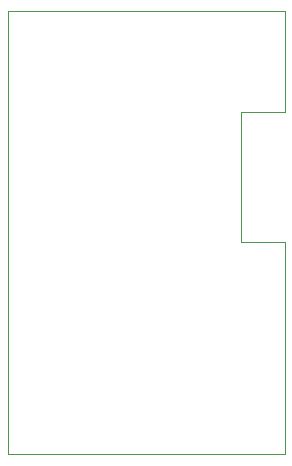
<source format=gbr>
%TF.GenerationSoftware,KiCad,Pcbnew,(5.99.0-2309-gaf729d578)*%
%TF.CreationDate,2020-08-01T12:07:06-04:00*%
%TF.ProjectId,mk2,6d6b322e-6b69-4636-9164-5f7063625858,rev?*%
%TF.SameCoordinates,Original*%
%TF.FileFunction,Profile,NP*%
%FSLAX46Y46*%
G04 Gerber Fmt 4.6, Leading zero omitted, Abs format (unit mm)*
G04 Created by KiCad (PCBNEW (5.99.0-2309-gaf729d578)) date 2020-08-01 12:07:06*
%MOMM*%
%LPD*%
G01*
G04 APERTURE LIST*
%TA.AperFunction,Profile*%
%ADD10C,0.100000*%
%TD*%
G04 APERTURE END LIST*
D10*
X35500000Y-32000000D02*
X35500000Y-50000000D01*
X35500000Y-12500000D02*
X35500000Y-21000000D01*
X31750000Y-32000000D02*
X35500000Y-32000000D01*
X31750000Y-21000000D02*
X31750000Y-32000000D01*
X35500000Y-21000000D02*
X31750000Y-21000000D01*
X12000000Y-50000000D02*
X12000000Y-12500000D01*
X35500000Y-50000000D02*
X12000000Y-50000000D01*
X12000000Y-12500000D02*
X35500000Y-12500000D01*
M02*

</source>
